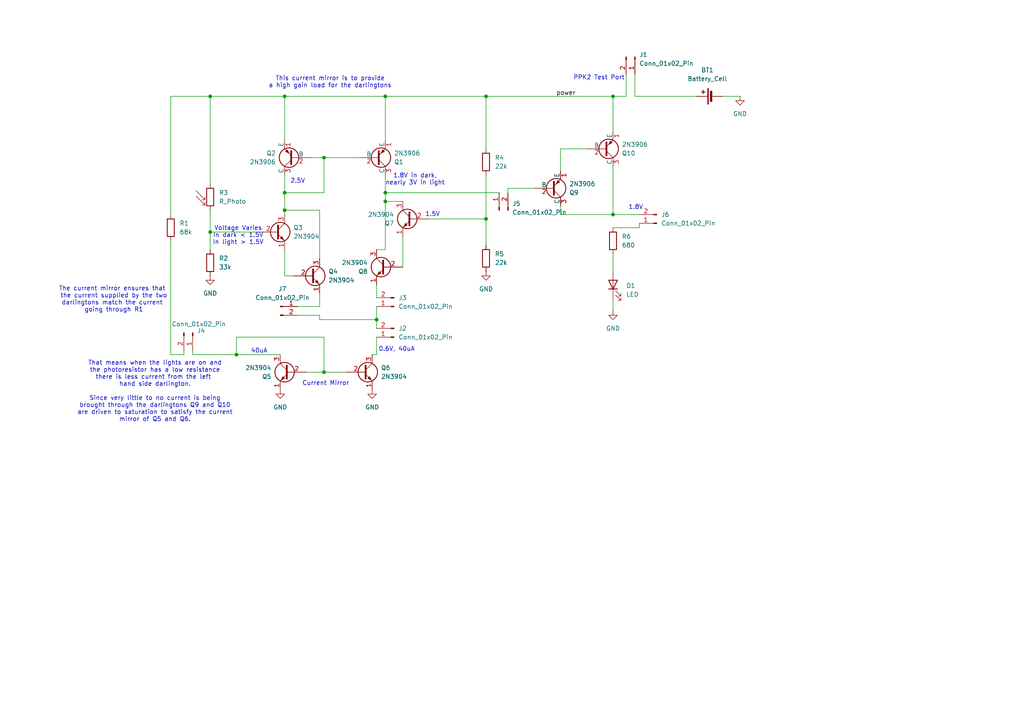
<source format=kicad_sch>
(kicad_sch (version 20231120) (generator "eeschema") (generator_version "8.0")
  (paper "A4")
  (lib_symbols
    (symbol "Connector:Conn_01x02_Pin" (pin_names (offset 1.016) hide)
      (property "Reference" "J" (at 0 2.54 0))
      (property "Value" "Conn_01x02_Pin" (at 0 -5.08 0))
      (symbol "Conn_01x02_Pin_1_1"
        (polyline (pts (xy 1.27 -2.54) (xy 0.8636 -2.54)) (stroke (width 0.1524)))
        (polyline (pts (xy 1.27 0) (xy 0.8636 0)) (stroke (width 0.1524)))
        (rectangle (start 0.8636 -2.413) (end 0 -2.667) (stroke (width 0.1524)) (fill (type outline)))
        (rectangle (start 0.8636 0.127) (end 0 -0.127) (stroke (width 0.1524)) (fill (type outline)))
        (pin passive line (at 5.08 0 180) (length 3.81) (name "Pin_1") (number "1"))
        (pin passive line (at 5.08 -2.54 180) (length 3.81) (name "Pin_2") (number "2"))
      )
    )
    (symbol "Device:Battery_Cell" (pin_numbers hide) (pin_names (offset 0) hide)
      (property "Reference" "BT" (at 2.54 2.54 0))
      (property "Value" "Battery_Cell" (at 2.54 0 0))
      (symbol "Battery_Cell_0_1"
        (rectangle (start -2.286 1.778) (end 2.286 1.524) (fill (type outline)))
        (rectangle (start -1.524 1.016) (end 1.524 0.508) (fill (type outline)))
        (polyline (pts (xy 0 0.762) (xy 0 0)))
        (polyline (pts (xy 0 1.778) (xy 0 2.54)))
        (polyline (pts (xy 0.762 3.048) (xy 1.778 3.048)) (stroke (width 0.254)))
        (polyline (pts (xy 1.27 3.556) (xy 1.27 2.54)) (stroke (width 0.254)))
      )
      (symbol "Battery_Cell_1_1"
        (pin passive line (at 0 5.08 270) (length 2.54) (name "+") (number "1"))
        (pin passive line (at 0 -2.54 90) (length 2.54) (name "-") (number "2"))
      )
    )
    (symbol "Device:LED" (pin_numbers hide) (pin_names (offset 1.016) hide)
      (property "Reference" "D" (at 0 2.54 0))
      (property "Value" "LED" (at 0 -2.54 0))
      (symbol "LED_0_1"
        (polyline (pts (xy -1.27 -1.27) (xy -1.27 1.27)) (stroke (width 0.254)))
        (polyline (pts (xy -1.27 0) (xy 1.27 0)))
        (polyline (pts (xy 1.27 -1.27) (xy 1.27 1.27) (xy -1.27 0) (xy 1.27 -1.27)) (stroke (width 0.254)))
        (polyline (pts (xy -3.048 -0.762) (xy -4.572 -2.286) (xy -3.81 -2.286) (xy -4.572 -2.286) (xy -4.572 -1.524)))
        (polyline (pts (xy -1.778 -0.762) (xy -3.302 -2.286) (xy -2.54 -2.286) (xy -3.302 -2.286) (xy -3.302 -1.524)))
      )
      (symbol "LED_1_1"
        (pin passive line (at -3.81 0 0) (length 2.54) (name "K") (number "1"))
        (pin passive line (at 3.81 0 180) (length 2.54) (name "A") (number "2"))
      )
    )
    (symbol "Device:R" (pin_numbers hide) (pin_names (offset 0))
      (property "Reference" "R" (at 2.032 0 90))
      (property "Value" "R" (at 0 0 90))
      (symbol "R_0_1"
        (rectangle (start -1.016 -2.54) (end 1.016 2.54) (stroke (width 0.254)))
      )
      (symbol "R_1_1"
        (pin passive line (at 0 3.81 270) (length 1.27) (name "~") (number "1"))
        (pin passive line (at 0 -3.81 90) (length 1.27) (name "~") (number "2"))
      )
    )
    (symbol "Device:R_Photo" (pin_numbers hide) (pin_names (offset 0))
      (property "Reference" "R" (at 1.27 1.27 0))
      (property "Value" "R_Photo" (at 1.27 0 0))
      (symbol "R_Photo_0_1"
        (rectangle (start -1.016 2.54) (end 1.016 -2.54) (stroke (width 0.254)))
        (polyline (pts (xy -1.524 -2.286) (xy -4.064 0.254)))
        (polyline (pts (xy -1.524 -2.286) (xy -2.286 -2.286)))
        (polyline (pts (xy -1.524 -2.286) (xy -1.524 -1.524)))
        (polyline (pts (xy -1.524 -0.762) (xy -4.064 1.778)))
        (polyline (pts (xy -1.524 -0.762) (xy -2.286 -0.762)))
        (polyline (pts (xy -1.524 -0.762) (xy -1.524 0)))
      )
      (symbol "R_Photo_1_1"
        (pin passive line (at 0 3.81 270) (length 1.27) (name "~") (number "1"))
        (pin passive line (at 0 -3.81 90) (length 1.27) (name "~") (number "2"))
      )
    )
    (symbol "Transistor_BJT:2N3904" (pin_names (offset 0) hide)
      (property "Reference" "Q" (at 5.08 1.905 0))
      (property "Value" "2N3904" (at 5.08 0 0))
      (symbol "2N3904_0_1"
        (polyline (pts (xy 0.635 0.635) (xy 2.54 2.54)))
        (polyline (pts (xy 0.635 -0.635) (xy 2.54 -2.54) (xy 2.54 -2.54)))
        (polyline (pts (xy 0.635 1.905) (xy 0.635 -1.905) (xy 0.635 -1.905)) (stroke (width 0.508)))
        (polyline (pts (xy 1.27 -1.778) (xy 1.778 -1.27) (xy 2.286 -2.286) (xy 1.27 -1.778) (xy 1.27 -1.778)) (fill (type outline)))
        (circle (center 1.27 0) (radius 2.8194) (stroke (width 0.254)))
      )
      (symbol "2N3904_1_1"
        (pin passive line (at 2.54 -5.08 90) (length 2.54) (name "E") (number "1"))
        (pin passive line (at -5.08 0 0) (length 5.715) (name "B") (number "2"))
        (pin passive line (at 2.54 5.08 270) (length 2.54) (name "C") (number "3"))
      )
    )
    (symbol "Transistor_BJT:2N3906" (pin_names (offset 0))
      (property "Reference" "Q" (at 5.08 1.905 0))
      (property "Value" "2N3906" (at 5.08 0 0))
      (symbol "2N3906_0_1"
        (polyline (pts (xy 0.635 0.635) (xy 2.54 2.54)))
        (polyline (pts (xy 0.635 -0.635) (xy 2.54 -2.54) (xy 2.54 -2.54)))
        (polyline (pts (xy 0.635 1.905) (xy 0.635 -1.905) (xy 0.635 -1.905)) (stroke (width 0.508)))
        (polyline (pts (xy 2.286 -1.778) (xy 1.778 -2.286) (xy 1.27 -1.27) (xy 2.286 -1.778) (xy 2.286 -1.778)) (fill (type outline)))
        (circle (center 1.27 0) (radius 2.8194) (stroke (width 0.254)))
      )
      (symbol "2N3906_1_1"
        (pin passive line (at 2.54 -5.08 90) (length 2.54) (name "E") (number "1"))
        (pin input line (at -5.08 0 0) (length 5.715) (name "B") (number "2"))
        (pin passive line (at 2.54 5.08 270) (length 2.54) (name "C") (number "3"))
      )
    )
    (symbol "power:GND" (power) (pin_numbers hide) (pin_names (offset 0) hide)
      (property "Value" "GND" (at 0 -3.81 0))
      (symbol "GND_0_1"
        (polyline (pts (xy 0 0) (xy 0 -1.27) (xy 1.27 -1.27) (xy 0 -2.54) (xy -1.27 -1.27) (xy 0 -1.27)))
      )
      (symbol "GND_1_1"
        (pin power_in line (at 0 0 270) (length 0) (name "~") (number "1"))
      )
    )
  )
  (junction (at 60.96 67.31))
  (junction (at 93.98 107.95))
  (junction (at 177.8 62.23))
  (junction (at 109.22 92.71))
  (junction (at 111.76 55.88))
  (junction (at 140.97 63.5))
  (junction (at 82.55 27.94))
  (junction (at 68.58 102.87))
  (junction (at 60.96 27.94))
  (junction (at 93.98 45.72))
  (junction (at 111.76 27.94))
  (junction (at 82.55 60.96))
  (junction (at 140.97 27.94))
  (junction (at 111.76 58.42))
  (junction (at 82.55 55.88))
  (junction (at 177.8 27.94))
  (wire (pts (xy 82.55 55.88) (xy 93.98 55.88)))
  (wire (pts (xy 90.17 45.72) (xy 93.98 45.72)))
  (wire (pts (xy 53.34 101.6) (xy 53.34 102.87)))
  (wire (pts (xy 82.55 72.39) (xy 82.55 80.01)))
  (wire (pts (xy 111.76 27.94) (xy 140.97 27.94)))
  (wire (pts (xy 111.76 50.8) (xy 111.76 55.88)))
  (wire (pts (xy 184.15 27.94) (xy 184.15 21.59)))
  (wire (pts (xy 60.96 27.94) (xy 60.96 53.34)))
  (wire (pts (xy 111.76 27.94) (xy 111.76 40.64)))
  (wire (pts (xy 111.76 72.39) (xy 109.22 72.39)))
  (wire (pts (xy 60.96 27.94) (xy 49.53 27.94)))
  (wire (pts (xy 116.84 58.42) (xy 111.76 58.42)))
  (wire (pts (xy 147.32 55.88) (xy 147.32 54.61)))
  (wire (pts (xy 177.8 27.94) (xy 177.8 38.1)))
  (wire (pts (xy 49.53 27.94) (xy 49.53 62.23)))
  (wire (pts (xy 55.88 102.87) (xy 68.58 102.87)))
  (wire (pts (xy 162.56 43.18) (xy 162.56 49.53)))
  (wire (pts (xy 177.8 66.04) (xy 185.42 66.04)))
  (wire (pts (xy 124.46 63.5) (xy 140.97 63.5)))
  (wire (pts (xy 111.76 58.42) (xy 111.76 72.39)))
  (wire (pts (xy 109.22 88.9) (xy 109.22 92.71)))
  (wire (pts (xy 181.61 21.59) (xy 181.61 27.94)))
  (wire (pts (xy 92.71 88.9) (xy 86.36 88.9)))
  (wire (pts (xy 209.55 27.94) (xy 214.63 27.94)))
  (wire (pts (xy 111.76 55.88) (xy 144.78 55.88)))
  (wire (pts (xy 88.9 107.95) (xy 93.98 107.95)))
  (wire (pts (xy 49.53 69.85) (xy 49.53 102.87)))
  (wire (pts (xy 177.8 86.36) (xy 177.8 90.17)))
  (wire (pts (xy 181.61 27.94) (xy 177.8 27.94)))
  (wire (pts (xy 147.32 54.61) (xy 154.94 54.61)))
  (wire (pts (xy 109.22 102.87) (xy 107.95 102.87)))
  (wire (pts (xy 162.56 59.69) (xy 162.56 62.23)))
  (wire (pts (xy 177.8 48.26) (xy 177.8 62.23)))
  (wire (pts (xy 116.84 68.58) (xy 116.84 77.47)))
  (wire (pts (xy 68.58 102.87) (xy 68.58 97.79)))
  (wire (pts (xy 93.98 45.72) (xy 104.14 45.72)))
  (wire (pts (xy 140.97 27.94) (xy 140.97 43.18)))
  (wire (pts (xy 68.58 102.87) (xy 81.28 102.87)))
  (wire (pts (xy 111.76 27.94) (xy 82.55 27.94)))
  (wire (pts (xy 109.22 97.79) (xy 109.22 102.87)))
  (wire (pts (xy 92.71 74.93) (xy 92.71 60.96)))
  (wire (pts (xy 109.22 82.55) (xy 109.22 86.36)))
  (wire (pts (xy 55.88 101.6) (xy 55.88 102.87)))
  (wire (pts (xy 60.96 67.31) (xy 74.93 67.31)))
  (wire (pts (xy 93.98 107.95) (xy 100.33 107.95)))
  (wire (pts (xy 86.36 91.44) (xy 92.71 91.44)))
  (wire (pts (xy 92.71 91.44) (xy 92.71 92.71)))
  (wire (pts (xy 93.98 97.79) (xy 93.98 107.95)))
  (wire (pts (xy 92.71 85.09) (xy 92.71 88.9)))
  (wire (pts (xy 60.96 60.96) (xy 60.96 67.31)))
  (wire (pts (xy 60.96 67.31) (xy 60.96 72.39)))
  (wire (pts (xy 140.97 63.5) (xy 140.97 71.12)))
  (wire (pts (xy 53.34 102.87) (xy 49.53 102.87)))
  (wire (pts (xy 177.8 73.66) (xy 177.8 78.74)))
  (wire (pts (xy 68.58 97.79) (xy 93.98 97.79)))
  (wire (pts (xy 185.42 66.04) (xy 185.42 64.77)))
  (wire (pts (xy 162.56 62.23) (xy 177.8 62.23)))
  (wire (pts (xy 82.55 50.8) (xy 82.55 55.88)))
  (wire (pts (xy 111.76 55.88) (xy 111.76 58.42)))
  (wire (pts (xy 82.55 27.94) (xy 60.96 27.94)))
  (wire (pts (xy 170.18 43.18) (xy 162.56 43.18)))
  (wire (pts (xy 109.22 92.71) (xy 109.22 95.25)))
  (wire (pts (xy 140.97 27.94) (xy 177.8 27.94)))
  (wire (pts (xy 82.55 55.88) (xy 82.55 60.96)))
  (wire (pts (xy 184.15 27.94) (xy 201.93 27.94)))
  (wire (pts (xy 177.8 62.23) (xy 185.42 62.23)))
  (wire (pts (xy 140.97 50.8) (xy 140.97 63.5)))
  (wire (pts (xy 82.55 80.01) (xy 85.09 80.01)))
  (wire (pts (xy 92.71 92.71) (xy 109.22 92.71)))
  (wire (pts (xy 93.98 55.88) (xy 93.98 45.72)))
  (wire (pts (xy 92.71 60.96) (xy 82.55 60.96)))
  (wire (pts (xy 82.55 60.96) (xy 82.55 62.23)))
  (wire (pts (xy 82.55 27.94) (xy 82.55 40.64)))
  (text "1.8V in dark,\nnearly 3V in light" (at 120.396 52.07 0) (effects (font (size 1.27 1.27))))
  (text "40uA" (at 75.184 101.854 0) (effects (font (size 1.27 1.27))))
  (text "0.6V, 40uA" (at 115.062 101.346 0) (effects (font (size 1.27 1.27))))
  (text "The current mirror ensures that \nthe current supplied by the two\ndarlingtons match the current \ngoing through R1" (at 33.02 86.868 0) (effects (font (size 1.27 1.27))))
  (text "Current Mirror" (at 94.488 111.252 0) (effects (font (size 1.27 1.27))))
  (text "1.8V" (at 184.404 60.198 0) (effects (font (size 1.27 1.27))))
  (text "PPK2 Test Port" (at 173.736 22.606 0) (effects (font (size 1.27 1.27))))
  (text "This current mirror is to provide\na high gain load for the darlingtons" (at 95.758 23.876 0) (effects (font (size 1.27 1.27))))
  (text "That means when the lights are on and\nthe photoresistor has a low resistance\nthere is less current from the left \nhand side darlington.\n\nSince very little to no current is being\nbrought through the darlingtons Q9 and Q10\nare driven to saturation to satisfy the current\nmirror of Q5 and Q6." (at 44.958 113.538 0) (effects (font (size 1.27 1.27))))
  (text "1.5V" (at 125.476 62.23 0) (effects (font (size 1.27 1.27))))
  (text "Voltage Varies\nIn dark < 1.5V\nIn light > 1.5V" (at 69.088 68.326 0) (effects (font (size 1.27 1.27))))
  (text "2.5V" (at 86.36 52.578 0) (effects (font (size 1.27 1.27))))
  (label "power" (at 161.29 27.94 0))
  (symbol (lib_id "power:GND") (at 140.97 78.74 0) (unit 1)
    (property "Reference" "#PWR05" (effects (hide yes)))
    (property "Value" "GND" (at 140.97 83.82 0))
    (property "Description" "Power symbol creates a global label with name \"GND\" , ground" (effects (hide yes)))
  )
  (symbol (lib_id "Transistor_BJT:2N3904") (at 105.41 107.95 0) (unit 1)
    (property "Reference" "Q6" (at 110.49 106.6799 0) (effects (justify left)))
    (property "Value" "2N3904" (at 110.49 109.2199 0) (effects (justify left)))
    (property "Footprint" "Package_TO_SOT_THT:TO-92_Inline_Wide" (effects (hide yes)))
    (property "Datasheet" "https://www.digikey.ca/en/products/detail/diotec-semiconductor/2N3904/13164701" (effects (hide yes)))
    (property "Description" "0.2A Ic, 40V Vce, Small Signal NPN Transistor, TO-92" (effects (hide yes)))
    (property "MFG #" "2N3904" (effects (hide yes)))
  )
  (symbol (lib_id "Connector:Conn_01x02_Pin") (at 190.5 64.77 180) (unit 1)
    (property "Reference" "J6" (at 191.77 62.2299 0) (effects (justify right)))
    (property "Value" "Conn_01x02_Pin" (at 191.77 64.7699 0) (effects (justify right)))
    (property "Footprint" "Connector_PinHeader_2.54mm:PinHeader_1x02_P2.54mm_Vertical" (effects (hide yes)))
    (property "Datasheet" "https://www.digikey.ca/en/products/detail/harwin-inc/M20-9990246/3728226" (effects (hide yes)))
    (property "Description" "Generic connector, single row, 01x02, script generated" (effects (hide yes)))
    (property "MFG #" "M20-9990246" (effects (hide yes)))
  )
  (symbol (lib_id "Device:R") (at 60.96 76.2 0) (unit 1)
    (property "Reference" "R2" (at 63.5 74.9299 0) (effects (justify left)))
    (property "Value" "33k" (at 63.5 77.4699 0) (effects (justify left)))
    (property "Footprint" "Resistor_THT:R_Axial_DIN0207_L6.3mm_D2.5mm_P7.62mm_Horizontal" (effects (hide yes)))
    (property "Datasheet" "https://www.digikey.ca/en/products/detail/stackpole-electronics-inc/CFM12JT33K0/1741940" (effects (hide yes)))
    (property "Description" "RES 33K OHM 5% 1/2W AXIAL" (effects (hide yes)))
    (property "MFG #" "CFM12JT33K0" (effects (hide yes)))
  )
  (symbol (lib_id "Connector:Conn_01x02_Pin") (at 81.28 88.9 0) (unit 1)
    (property "Reference" "J7" (at 81.915 83.82 0))
    (property "Value" "Conn_01x02_Pin" (at 81.915 86.36 0))
    (property "Footprint" "Connector_PinHeader_2.54mm:PinHeader_1x02_P2.54mm_Vertical" (effects (hide yes)))
    (property "Description" "Generic connector, single row, 01x02, script generated" (effects (hide yes)))
    (property "MFG #" "M20-9990246" (effects (hide yes)))
  )
  (symbol (lib_id "power:GND") (at 81.28 113.03 0) (unit 1)
    (property "Reference" "#PWR03" (effects (hide yes)))
    (property "Value" "GND" (at 81.28 118.11 0))
    (property "Description" "Power symbol creates a global label with name \"GND\" , ground" (effects (hide yes)))
  )
  (symbol (lib_id "Device:Battery_Cell") (at 207.01 27.94 90) (unit 1)
    (property "Reference" "BT1" (at 205.1685 20.32 90))
    (property "Value" "Battery_Cell" (at 205.1685 22.86 90))
    (property "Footprint" "Battery:Battery_Panasonic_CR2032-HFN_Horizontal_CircularHoles" (effects (hide yes)))
    (property "Datasheet" "https://www.digikey.ca/en/products/detail/keystone-electronics/1066/303562" (effects (hide yes)))
    (property "Description" "BATTERY HOLDER COIN 20MM PC PIN" (effects (hide yes)))
    (property "MFG #" "1066" (effects (hide yes)))
  )
  (symbol (lib_id "Transistor_BJT:2N3904") (at 119.38 63.5 0) (mirror y) (unit 1)
    (property "Reference" "Q7" (at 114.3 64.7701 0) (effects (justify left)))
    (property "Value" "2N3904" (at 114.3 62.2301 0) (effects (justify left)))
    (property "Footprint" "Package_TO_SOT_THT:TO-92_Inline_Wide" (effects (hide yes)))
    (property "Datasheet" "https://www.digikey.ca/en/products/detail/diotec-semiconductor/2N3904/13164701" (effects (hide yes)))
    (property "Description" "0.2A Ic, 40V Vce, Small Signal NPN Transistor, TO-92" (effects (hide yes)))
    (property "MFG #" "2N3904" (effects (hide yes)))
  )
  (symbol (lib_id "power:GND") (at 177.8 90.17 0) (unit 1)
    (property "Reference" "#PWR06" (effects (hide yes)))
    (property "Value" "GND" (at 177.8 95.25 0))
    (property "Description" "Power symbol creates a global label with name \"GND\" , ground" (effects (hide yes)))
  )
  (symbol (lib_id "Transistor_BJT:2N3906") (at 160.02 54.61 0) (mirror x) (unit 1)
    (property "Reference" "Q9" (at 165.1 55.8801 0) (effects (justify left)))
    (property "Value" "2N3906" (at 165.1 53.3401 0) (effects (justify left)))
    (property "Footprint" "Package_TO_SOT_THT:TO-92_Inline_Wide" (effects (hide yes)))
    (property "Datasheet" "https://www.digikey.ca/en/products/detail/diotec-semiconductor/2N3906/22191309" (effects (hide yes)))
    (property "Description" "-0.2A Ic, -40V Vce, Small Signal PNP Transistor, TO-92" (effects (hide yes)))
    (property "MFG #" "2N3906" (effects (hide yes)))
  )
  (symbol (lib_id "Device:R_Photo") (at 60.96 57.15 0) (unit 1)
    (property "Reference" "R3" (at 63.5 55.8799 0) (effects (justify left)))
    (property "Value" "R_Photo" (at 63.5 58.4199 0) (effects (justify left)))
    (property "Footprint" "Resistor_THT:R_Axial_DIN0204_L3.6mm_D1.6mm_P5.08mm_Horizontal" (effects (hide yes)))
    (property "Datasheet" "https://www.digikey.ca/en/products/detail/advanced-photonix/PDV-P8104/480611?s=N4IgTCBcDaIAoBEBqBaOAOAjABgCwgF0BfIA" (effects (hide yes)))
    (property "Description" "CDS PHOTORESISTOR 27-60KOHM" (effects (hide yes)))
    (property "MFG #" "PDV-P8104" (effects (hide yes)))
  )
  (symbol (lib_id "Transistor_BJT:2N3904") (at 90.17 80.01 0) (unit 1)
    (property "Reference" "Q4" (at 95.25 78.7399 0) (effects (justify left)))
    (property "Value" "2N3904" (at 95.25 81.2799 0) (effects (justify left)))
    (property "Footprint" "Package_TO_SOT_THT:TO-92_Inline_Wide" (effects (hide yes)))
    (property "Datasheet" "https://www.digikey.ca/en/products/detail/diotec-semiconductor/2N3904/13164701" (effects (hide yes)))
    (property "Description" "0.2A Ic, 40V Vce, Small Signal NPN Transistor, TO-92" (effects (hide yes)))
    (property "MFG #" "2N3904" (effects (hide yes)))
  )
  (symbol (lib_id "power:GND") (at 60.96 80.01 0) (unit 1)
    (property "Reference" "#PWR01" (effects (hide yes)))
    (property "Value" "GND" (at 60.96 85.09 0))
    (property "Description" "Power symbol creates a global label with name \"GND\" , ground" (effects (hide yes)))
  )
  (symbol (lib_id "Transistor_BJT:2N3904") (at 80.01 67.31 0) (unit 1)
    (property "Reference" "Q3" (at 85.09 66.0399 0) (effects (justify left)))
    (property "Value" "2N3904" (at 85.09 68.5799 0) (effects (justify left)))
    (property "Footprint" "Package_TO_SOT_THT:TO-92_Inline_Wide" (effects (hide yes)))
    (property "Datasheet" "https://www.digikey.ca/en/products/detail/diotec-semiconductor/2N3904/13164701" (effects (hide yes)))
    (property "Description" "0.2A Ic, 40V Vce, Small Signal NPN Transistor, TO-92" (effects (hide yes)))
    (property "MFG #" "2N3904" (effects (hide yes)))
  )
  (symbol (lib_id "Connector:Conn_01x02_Pin") (at 114.3 97.79 180) (unit 1)
    (property "Reference" "J2" (at 115.57 95.2499 0) (effects (justify right)))
    (property "Value" "Conn_01x02_Pin" (at 115.57 97.7899 0) (effects (justify right)))
    (property "Footprint" "Connector_PinHeader_2.54mm:PinHeader_1x02_P2.54mm_Vertical" (effects (hide yes)))
    (property "Datasheet" "https://www.digikey.ca/en/products/detail/harwin-inc/M20-9990246/3728226" (effects (hide yes)))
    (property "Description" "Generic connector, single row, 01x02, script generated" (effects (hide yes)))
    (property "MFG #" "M20-9990246" (effects (hide yes)))
  )
  (symbol (lib_id "Device:R") (at 140.97 46.99 0) (unit 1)
    (property "Reference" "R4" (at 143.51 45.7199 0) (effects (justify left)))
    (property "Value" "22k" (at 143.51 48.2599 0) (effects (justify left)))
    (property "Footprint" "Resistor_THT:R_Axial_DIN0207_L6.3mm_D2.5mm_P7.62mm_Horizontal" (effects (hide yes)))
    (property "Datasheet" "https://www.digikey.ca/en/products/detail/stackpole-electronics-inc/CF12JT22K0/1741093" (effects (hide yes)))
    (property "Description" "RES 22K OHM 5% 1/2W AXIAL" (effects (hide yes)))
    (property "MFG #" "CF12JT22K0" (effects (hide yes)))
  )
  (symbol (lib_id "Connector:Conn_01x02_Pin") (at 114.3 88.9 180) (unit 1)
    (property "Reference" "J3" (at 115.57 86.3599 0) (effects (justify right)))
    (property "Value" "Conn_01x02_Pin" (at 115.57 88.8999 0) (effects (justify right)))
    (property "Footprint" "Connector_PinHeader_2.54mm:PinHeader_1x02_P2.54mm_Vertical" (effects (hide yes)))
    (property "Datasheet" "https://www.digikey.ca/en/products/detail/harwin-inc/M20-9990246/3728226" (effects (hide yes)))
    (property "Description" "Generic connector, single row, 01x02, script generated" (effects (hide yes)))
    (property "MFG #" "M20-9990246" (effects (hide yes)))
  )
  (symbol (lib_id "Device:R") (at 49.53 66.04 0) (unit 1)
    (property "Reference" "R1" (at 52.07 64.7699 0) (effects (justify left)))
    (property "Value" "68k" (at 52.07 67.3099 0) (effects (justify left)))
    (property "Footprint" "Resistor_THT:R_Axial_DIN0207_L6.3mm_D2.5mm_P7.62mm_Horizontal" (effects (hide yes)))
    (property "Datasheet" "https://www.digikey.ca/en/products/detail/yageo/MFR50SFTE52-68K/9151668" (effects (hide yes)))
    (property "Description" "RES 68K OHM 1% 1/2W AXIAL" (effects (hide yes)))
    (property "MFG #" "MFR50SFTE52-68K" (effects (hide yes)))
  )
  (symbol (lib_id "Device:R") (at 177.8 69.85 0) (unit 1)
    (property "Reference" "R6" (at 180.34 68.5799 0) (effects (justify left)))
    (property "Value" "680" (at 180.34 71.1199 0) (effects (justify left)))
    (property "Footprint" "Resistor_THT:R_Axial_DIN0207_L6.3mm_D2.5mm_P7.62mm_Horizontal" (effects (hide yes)))
    (property "Datasheet" "https://www.digikey.ca/en/products/detail/stackpole-electronics-inc/CF14JT680R/1741489" (effects (hide yes)))
    (property "Description" "RES 680 OHM 5% 1/4W AXIAL" (effects (hide yes)))
    (property "MFG #" "CF14JT680R" (effects (hide yes)))
  )
  (symbol (lib_id "Transistor_BJT:2N3904") (at 111.76 77.47 0) (mirror y) (unit 1)
    (property "Reference" "Q8" (at 106.68 78.7401 0) (effects (justify left)))
    (property "Value" "2N3904" (at 106.68 76.2001 0) (effects (justify left)))
    (property "Footprint" "Package_TO_SOT_THT:TO-92_Inline_Wide" (effects (hide yes)))
    (property "Datasheet" "https://www.onsemi.com/pub/Collateral/2N3903-D.PDF" (effects (hide yes)))
    (property "Description" "0.2A Ic, 40V Vce, Small Signal NPN Transistor, TO-92" (effects (hide yes)))
    (property "MFG #" "2N3904" (effects (hide yes)))
  )
  (symbol (lib_id "Device:R") (at 140.97 74.93 0) (unit 1)
    (property "Reference" "R5" (at 143.51 73.6599 0) (effects (justify left)))
    (property "Value" "22k" (at 143.51 76.1999 0) (effects (justify left)))
    (property "Footprint" "Resistor_THT:R_Axial_DIN0207_L6.3mm_D2.5mm_P7.62mm_Horizontal" (effects (hide yes)))
    (property "Datasheet" "https://www.digikey.ca/en/products/detail/stackpole-electronics-inc/CF12JT22K0/1741093" (effects (hide yes)))
    (property "Description" "RES 22K OHM 5% 1/2W AXIAL" (effects (hide yes)))
    (property "MFG #" "CF12JT22K0" (effects (hide yes)))
  )
  (symbol (lib_id "Transistor_BJT:2N3906") (at 109.22 45.72 0) (mirror x) (unit 1)
    (property "Reference" "Q1" (at 114.3 46.9901 0) (effects (justify left)))
    (property "Value" "2N3906" (at 114.3 44.4501 0) (effects (justify left)))
    (property "Footprint" "Package_TO_SOT_THT:TO-92_Inline_Wide" (effects (hide yes)))
    (property "Datasheet" "https://www.digikey.ca/en/products/detail/diotec-semiconductor/2N3906/22191309" (effects (hide yes)))
    (property "Description" "-0.2A Ic, -40V Vce, Small Signal PNP Transistor, TO-92" (effects (hide yes)))
    (property "MFG #" "2N3906" (effects (hide yes)))
  )
  (symbol (lib_id "power:GND") (at 107.95 113.03 0) (unit 1)
    (property "Reference" "#PWR04" (effects (hide yes)))
    (property "Value" "GND" (at 107.95 118.11 0))
    (property "Description" "Power symbol creates a global label with name \"GND\" , ground" (effects (hide yes)))
  )
  (symbol (lib_id "power:GND") (at 214.63 27.94 0) (unit 1)
    (property "Reference" "#PWR02" (effects (hide yes)))
    (property "Value" "GND" (at 214.63 33.02 0))
    (property "Description" "Power symbol creates a global label with name \"GND\" , ground" (effects (hide yes)))
  )
  (symbol (lib_id "Connector:Conn_01x02_Pin") (at 144.78 60.96 90) (unit 1)
    (property "Reference" "J5" (at 148.59 59.0549 90) (effects (justify right)))
    (property "Value" "Conn_01x02_Pin" (at 148.59 61.5949 90) (effects (justify right)))
    (property "Footprint" "Connector_PinHeader_2.54mm:PinHeader_1x02_P2.54mm_Vertical" (effects (hide yes)))
    (property "Datasheet" "https://www.digikey.ca/en/products/detail/harwin-inc/M20-9990246/3728226" (effects (hide yes)))
    (property "Description" "Generic connector, single row, 01x02, script generated" (effects (hide yes)))
    (property "MFG #" "M20-9990246" (effects (hide yes)))
  )
  (symbol (lib_id "Transistor_BJT:2N3904") (at 83.82 107.95 0) (mirror y) (unit 1)
    (property "Reference" "Q5" (at 78.74 109.2201 0) (effects (justify left)))
    (property "Value" "2N3904" (at 78.74 106.6801 0) (effects (justify left)))
    (property "Footprint" "Package_TO_SOT_THT:TO-92_Inline_Wide" (effects (hide yes)))
    (property "Datasheet" "https://www.digikey.ca/en/products/detail/diotec-semiconductor/2N3904/13164701" (effects (hide yes)))
    (property "Description" "0.2A Ic, 40V Vce, Small Signal NPN Transistor, TO-92" (effects (hide yes)))
    (property "MFG #" "2N3904" (effects (hide yes)))
  )
  (symbol (lib_id "Connector:Conn_01x02_Pin") (at 184.15 16.51 270) (unit 1)
    (property "Reference" "J1" (at 185.42 15.8749 90) (effects (justify left)))
    (property "Value" "Conn_01x02_Pin" (at 185.42 18.4149 90) (effects (justify left)))
    (property "Footprint" "Connector_PinHeader_2.54mm:PinHeader_1x02_P2.54mm_Vertical" (effects (hide yes)))
    (property "Datasheet" "https://www.digikey.ca/en/products/detail/harwin-inc/M20-9990246/3728226" (effects (hide yes)))
    (property "Description" "Generic connector, single row, 01x02, script generated" (effects (hide yes)))
    (property "MFG #" "M20-9990246" (effects (hide yes)))
  )
  (symbol (lib_id "Transistor_BJT:2N3906") (at 85.09 45.72 180) (unit 1)
    (property "Reference" "Q2" (at 80.01 44.4499 0) (effects (justify left)))
    (property "Value" "2N3906" (at 80.01 46.9899 0) (effects (justify left)))
    (property "Footprint" "Package_TO_SOT_THT:TO-92_Inline_Wide" (effects (hide yes)))
    (property "Datasheet" "https://www.digikey.ca/en/products/detail/diotec-semiconductor/2N3906/22191309" (effects (hide yes)))
    (property "Description" "-0.2A Ic, -40V Vce, Small Signal PNP Transistor, TO-92" (effects (hide yes)))
    (property "MFG #" "2N3906" (effects (hide yes)))
  )
  (symbol (lib_id "Device:LED") (at 177.8 82.55 90) (unit 1)
    (property "Reference" "D1" (at 181.61 82.8674 90) (effects (justify right)))
    (property "Value" "LED" (at 181.61 85.4074 90) (effects (justify right)))
    (property "Footprint" "LED_THT:LED_D5.0mm" (effects (hide yes)))
    (property "Datasheet" "https://www.digikey.ca/en/products/detail/broadcom-limited/HLMP-D150/637587" (effects (hide yes)))
    (property "Description" "LED RED DIFFUSED T-1 3/4 T/H" (effects (hide yes)))
    (property "MFG #" "HLMP-D150" (effects (hide yes)))
  )
  (symbol (lib_id "Connector:Conn_01x02_Pin") (at 55.88 96.52 270) (unit 1)
    (property "Reference" "J4" (at 57.15 95.8849 90) (effects (justify left)))
    (property "Value" "Conn_01x02_Pin" (at 49.784 93.98 90) (effects (justify left)))
    (property "Footprint" "Connector_PinHeader_2.54mm:PinHeader_1x02_P2.54mm_Vertical" (effects (hide yes)))
    (property "Datasheet" "https://www.digikey.ca/en/products/detail/harwin-inc/M20-9990246/3728226" (effects (hide yes)))
    (property "Description" "Generic connector, single row, 01x02, script generated" (effects (hide yes)))
    (property "MFG #" "M20-9990246" (effects (hide yes)))
  )
  (symbol (lib_id "Transistor_BJT:2N3906") (at 175.26 43.18 0) (mirror x) (unit 1)
    (property "Reference" "Q10" (at 180.34 44.4501 0) (effects (justify left)))
    (property "Value" "2N3906" (at 180.34 41.9101 0) (effects (justify left)))
    (property "Footprint" "Package_TO_SOT_THT:TO-92_Inline_Wide" (effects (hide yes)))
    (property "Datasheet" "https://www.digikey.ca/en/products/detail/diotec-semiconductor/2N3906/22191309" (effects (hide yes)))
    (property "Description" "-0.2A Ic, -40V Vce, Small Signal PNP Transistor, TO-92" (effects (hide yes)))
    (property "MFG #" "2N3906" (effects (hide yes)))
  )
)
</source>
